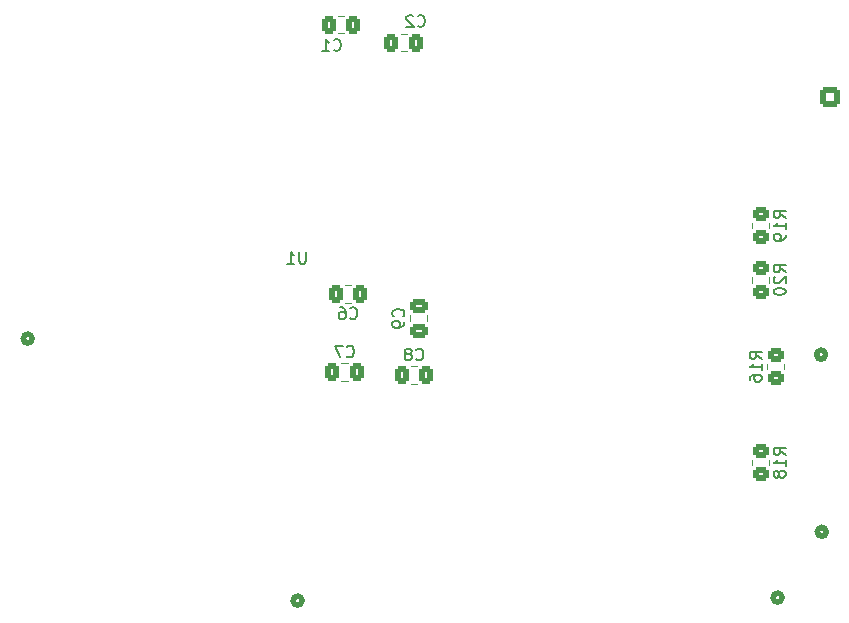
<source format=gbo>
%TF.GenerationSoftware,KiCad,Pcbnew,8.0.5*%
%TF.CreationDate,2024-10-22T12:33:32-04:00*%
%TF.ProjectId,PCB_Schematic,5043425f-5363-4686-956d-617469632e6b,rev?*%
%TF.SameCoordinates,Original*%
%TF.FileFunction,Legend,Bot*%
%TF.FilePolarity,Positive*%
%FSLAX46Y46*%
G04 Gerber Fmt 4.6, Leading zero omitted, Abs format (unit mm)*
G04 Created by KiCad (PCBNEW 8.0.5) date 2024-10-22 12:33:32*
%MOMM*%
%LPD*%
G01*
G04 APERTURE LIST*
G04 Aperture macros list*
%AMRoundRect*
0 Rectangle with rounded corners*
0 $1 Rounding radius*
0 $2 $3 $4 $5 $6 $7 $8 $9 X,Y pos of 4 corners*
0 Add a 4 corners polygon primitive as box body*
4,1,4,$2,$3,$4,$5,$6,$7,$8,$9,$2,$3,0*
0 Add four circle primitives for the rounded corners*
1,1,$1+$1,$2,$3*
1,1,$1+$1,$4,$5*
1,1,$1+$1,$6,$7*
1,1,$1+$1,$8,$9*
0 Add four rect primitives between the rounded corners*
20,1,$1+$1,$2,$3,$4,$5,0*
20,1,$1+$1,$4,$5,$6,$7,0*
20,1,$1+$1,$6,$7,$8,$9,0*
20,1,$1+$1,$8,$9,$2,$3,0*%
G04 Aperture macros list end*
%ADD10C,0.150000*%
%ADD11C,0.508000*%
%ADD12C,0.120000*%
%ADD13C,1.752600*%
%ADD14O,1.200000X2.900000*%
%ADD15RoundRect,0.250000X0.600000X0.600000X-0.600000X0.600000X-0.600000X-0.600000X0.600000X-0.600000X0*%
%ADD16C,1.700000*%
%ADD17C,2.200000*%
%ADD18RoundRect,0.250000X0.337500X0.475000X-0.337500X0.475000X-0.337500X-0.475000X0.337500X-0.475000X0*%
%ADD19RoundRect,0.250000X-0.475000X0.337500X-0.475000X-0.337500X0.475000X-0.337500X0.475000X0.337500X0*%
%ADD20RoundRect,0.250000X-0.337500X-0.475000X0.337500X-0.475000X0.337500X0.475000X-0.337500X0.475000X0*%
%ADD21RoundRect,0.250000X-0.450000X0.350000X-0.450000X-0.350000X0.450000X-0.350000X0.450000X0.350000X0*%
%ADD22RoundRect,0.250000X0.450000X-0.350000X0.450000X0.350000X-0.450000X0.350000X-0.450000X-0.350000X0*%
G04 APERTURE END LIST*
D10*
X117444904Y-94412819D02*
X117444904Y-95222342D01*
X117444904Y-95222342D02*
X117397285Y-95317580D01*
X117397285Y-95317580D02*
X117349666Y-95365200D01*
X117349666Y-95365200D02*
X117254428Y-95412819D01*
X117254428Y-95412819D02*
X117063952Y-95412819D01*
X117063952Y-95412819D02*
X116968714Y-95365200D01*
X116968714Y-95365200D02*
X116921095Y-95317580D01*
X116921095Y-95317580D02*
X116873476Y-95222342D01*
X116873476Y-95222342D02*
X116873476Y-94412819D01*
X115873476Y-95412819D02*
X116444904Y-95412819D01*
X116159190Y-95412819D02*
X116159190Y-94412819D01*
X116159190Y-94412819D02*
X116254428Y-94555676D01*
X116254428Y-94555676D02*
X116349666Y-94650914D01*
X116349666Y-94650914D02*
X116444904Y-94698533D01*
X126912666Y-75289580D02*
X126960285Y-75337200D01*
X126960285Y-75337200D02*
X127103142Y-75384819D01*
X127103142Y-75384819D02*
X127198380Y-75384819D01*
X127198380Y-75384819D02*
X127341237Y-75337200D01*
X127341237Y-75337200D02*
X127436475Y-75241961D01*
X127436475Y-75241961D02*
X127484094Y-75146723D01*
X127484094Y-75146723D02*
X127531713Y-74956247D01*
X127531713Y-74956247D02*
X127531713Y-74813390D01*
X127531713Y-74813390D02*
X127484094Y-74622914D01*
X127484094Y-74622914D02*
X127436475Y-74527676D01*
X127436475Y-74527676D02*
X127341237Y-74432438D01*
X127341237Y-74432438D02*
X127198380Y-74384819D01*
X127198380Y-74384819D02*
X127103142Y-74384819D01*
X127103142Y-74384819D02*
X126960285Y-74432438D01*
X126960285Y-74432438D02*
X126912666Y-74480057D01*
X126531713Y-74480057D02*
X126484094Y-74432438D01*
X126484094Y-74432438D02*
X126388856Y-74384819D01*
X126388856Y-74384819D02*
X126150761Y-74384819D01*
X126150761Y-74384819D02*
X126055523Y-74432438D01*
X126055523Y-74432438D02*
X126007904Y-74480057D01*
X126007904Y-74480057D02*
X125960285Y-74575295D01*
X125960285Y-74575295D02*
X125960285Y-74670533D01*
X125960285Y-74670533D02*
X126007904Y-74813390D01*
X126007904Y-74813390D02*
X126579332Y-75384819D01*
X126579332Y-75384819D02*
X125960285Y-75384819D01*
X126777166Y-103515580D02*
X126824785Y-103563200D01*
X126824785Y-103563200D02*
X126967642Y-103610819D01*
X126967642Y-103610819D02*
X127062880Y-103610819D01*
X127062880Y-103610819D02*
X127205737Y-103563200D01*
X127205737Y-103563200D02*
X127300975Y-103467961D01*
X127300975Y-103467961D02*
X127348594Y-103372723D01*
X127348594Y-103372723D02*
X127396213Y-103182247D01*
X127396213Y-103182247D02*
X127396213Y-103039390D01*
X127396213Y-103039390D02*
X127348594Y-102848914D01*
X127348594Y-102848914D02*
X127300975Y-102753676D01*
X127300975Y-102753676D02*
X127205737Y-102658438D01*
X127205737Y-102658438D02*
X127062880Y-102610819D01*
X127062880Y-102610819D02*
X126967642Y-102610819D01*
X126967642Y-102610819D02*
X126824785Y-102658438D01*
X126824785Y-102658438D02*
X126777166Y-102706057D01*
X126205737Y-103039390D02*
X126300975Y-102991771D01*
X126300975Y-102991771D02*
X126348594Y-102944152D01*
X126348594Y-102944152D02*
X126396213Y-102848914D01*
X126396213Y-102848914D02*
X126396213Y-102801295D01*
X126396213Y-102801295D02*
X126348594Y-102706057D01*
X126348594Y-102706057D02*
X126300975Y-102658438D01*
X126300975Y-102658438D02*
X126205737Y-102610819D01*
X126205737Y-102610819D02*
X126015261Y-102610819D01*
X126015261Y-102610819D02*
X125920023Y-102658438D01*
X125920023Y-102658438D02*
X125872404Y-102706057D01*
X125872404Y-102706057D02*
X125824785Y-102801295D01*
X125824785Y-102801295D02*
X125824785Y-102848914D01*
X125824785Y-102848914D02*
X125872404Y-102944152D01*
X125872404Y-102944152D02*
X125920023Y-102991771D01*
X125920023Y-102991771D02*
X126015261Y-103039390D01*
X126015261Y-103039390D02*
X126205737Y-103039390D01*
X126205737Y-103039390D02*
X126300975Y-103087009D01*
X126300975Y-103087009D02*
X126348594Y-103134628D01*
X126348594Y-103134628D02*
X126396213Y-103229866D01*
X126396213Y-103229866D02*
X126396213Y-103420342D01*
X126396213Y-103420342D02*
X126348594Y-103515580D01*
X126348594Y-103515580D02*
X126300975Y-103563200D01*
X126300975Y-103563200D02*
X126205737Y-103610819D01*
X126205737Y-103610819D02*
X126015261Y-103610819D01*
X126015261Y-103610819D02*
X125920023Y-103563200D01*
X125920023Y-103563200D02*
X125872404Y-103515580D01*
X125872404Y-103515580D02*
X125824785Y-103420342D01*
X125824785Y-103420342D02*
X125824785Y-103229866D01*
X125824785Y-103229866D02*
X125872404Y-103134628D01*
X125872404Y-103134628D02*
X125920023Y-103087009D01*
X125920023Y-103087009D02*
X126015261Y-103039390D01*
X120892166Y-103261580D02*
X120939785Y-103309200D01*
X120939785Y-103309200D02*
X121082642Y-103356819D01*
X121082642Y-103356819D02*
X121177880Y-103356819D01*
X121177880Y-103356819D02*
X121320737Y-103309200D01*
X121320737Y-103309200D02*
X121415975Y-103213961D01*
X121415975Y-103213961D02*
X121463594Y-103118723D01*
X121463594Y-103118723D02*
X121511213Y-102928247D01*
X121511213Y-102928247D02*
X121511213Y-102785390D01*
X121511213Y-102785390D02*
X121463594Y-102594914D01*
X121463594Y-102594914D02*
X121415975Y-102499676D01*
X121415975Y-102499676D02*
X121320737Y-102404438D01*
X121320737Y-102404438D02*
X121177880Y-102356819D01*
X121177880Y-102356819D02*
X121082642Y-102356819D01*
X121082642Y-102356819D02*
X120939785Y-102404438D01*
X120939785Y-102404438D02*
X120892166Y-102452057D01*
X120558832Y-102356819D02*
X119892166Y-102356819D01*
X119892166Y-102356819D02*
X120320737Y-103356819D01*
X119800666Y-77321580D02*
X119848285Y-77369200D01*
X119848285Y-77369200D02*
X119991142Y-77416819D01*
X119991142Y-77416819D02*
X120086380Y-77416819D01*
X120086380Y-77416819D02*
X120229237Y-77369200D01*
X120229237Y-77369200D02*
X120324475Y-77273961D01*
X120324475Y-77273961D02*
X120372094Y-77178723D01*
X120372094Y-77178723D02*
X120419713Y-76988247D01*
X120419713Y-76988247D02*
X120419713Y-76845390D01*
X120419713Y-76845390D02*
X120372094Y-76654914D01*
X120372094Y-76654914D02*
X120324475Y-76559676D01*
X120324475Y-76559676D02*
X120229237Y-76464438D01*
X120229237Y-76464438D02*
X120086380Y-76416819D01*
X120086380Y-76416819D02*
X119991142Y-76416819D01*
X119991142Y-76416819D02*
X119848285Y-76464438D01*
X119848285Y-76464438D02*
X119800666Y-76512057D01*
X118848285Y-77416819D02*
X119419713Y-77416819D01*
X119133999Y-77416819D02*
X119133999Y-76416819D01*
X119133999Y-76416819D02*
X119229237Y-76559676D01*
X119229237Y-76559676D02*
X119324475Y-76654914D01*
X119324475Y-76654914D02*
X119419713Y-76702533D01*
X125679580Y-99887833D02*
X125727200Y-99840214D01*
X125727200Y-99840214D02*
X125774819Y-99697357D01*
X125774819Y-99697357D02*
X125774819Y-99602119D01*
X125774819Y-99602119D02*
X125727200Y-99459262D01*
X125727200Y-99459262D02*
X125631961Y-99364024D01*
X125631961Y-99364024D02*
X125536723Y-99316405D01*
X125536723Y-99316405D02*
X125346247Y-99268786D01*
X125346247Y-99268786D02*
X125203390Y-99268786D01*
X125203390Y-99268786D02*
X125012914Y-99316405D01*
X125012914Y-99316405D02*
X124917676Y-99364024D01*
X124917676Y-99364024D02*
X124822438Y-99459262D01*
X124822438Y-99459262D02*
X124774819Y-99602119D01*
X124774819Y-99602119D02*
X124774819Y-99697357D01*
X124774819Y-99697357D02*
X124822438Y-99840214D01*
X124822438Y-99840214D02*
X124870057Y-99887833D01*
X125774819Y-100364024D02*
X125774819Y-100554500D01*
X125774819Y-100554500D02*
X125727200Y-100649738D01*
X125727200Y-100649738D02*
X125679580Y-100697357D01*
X125679580Y-100697357D02*
X125536723Y-100792595D01*
X125536723Y-100792595D02*
X125346247Y-100840214D01*
X125346247Y-100840214D02*
X124965295Y-100840214D01*
X124965295Y-100840214D02*
X124870057Y-100792595D01*
X124870057Y-100792595D02*
X124822438Y-100744976D01*
X124822438Y-100744976D02*
X124774819Y-100649738D01*
X124774819Y-100649738D02*
X124774819Y-100459262D01*
X124774819Y-100459262D02*
X124822438Y-100364024D01*
X124822438Y-100364024D02*
X124870057Y-100316405D01*
X124870057Y-100316405D02*
X124965295Y-100268786D01*
X124965295Y-100268786D02*
X125203390Y-100268786D01*
X125203390Y-100268786D02*
X125298628Y-100316405D01*
X125298628Y-100316405D02*
X125346247Y-100364024D01*
X125346247Y-100364024D02*
X125393866Y-100459262D01*
X125393866Y-100459262D02*
X125393866Y-100649738D01*
X125393866Y-100649738D02*
X125346247Y-100744976D01*
X125346247Y-100744976D02*
X125298628Y-100792595D01*
X125298628Y-100792595D02*
X125203390Y-100840214D01*
X121189166Y-100017580D02*
X121236785Y-100065200D01*
X121236785Y-100065200D02*
X121379642Y-100112819D01*
X121379642Y-100112819D02*
X121474880Y-100112819D01*
X121474880Y-100112819D02*
X121617737Y-100065200D01*
X121617737Y-100065200D02*
X121712975Y-99969961D01*
X121712975Y-99969961D02*
X121760594Y-99874723D01*
X121760594Y-99874723D02*
X121808213Y-99684247D01*
X121808213Y-99684247D02*
X121808213Y-99541390D01*
X121808213Y-99541390D02*
X121760594Y-99350914D01*
X121760594Y-99350914D02*
X121712975Y-99255676D01*
X121712975Y-99255676D02*
X121617737Y-99160438D01*
X121617737Y-99160438D02*
X121474880Y-99112819D01*
X121474880Y-99112819D02*
X121379642Y-99112819D01*
X121379642Y-99112819D02*
X121236785Y-99160438D01*
X121236785Y-99160438D02*
X121189166Y-99208057D01*
X120332023Y-99112819D02*
X120522499Y-99112819D01*
X120522499Y-99112819D02*
X120617737Y-99160438D01*
X120617737Y-99160438D02*
X120665356Y-99208057D01*
X120665356Y-99208057D02*
X120760594Y-99350914D01*
X120760594Y-99350914D02*
X120808213Y-99541390D01*
X120808213Y-99541390D02*
X120808213Y-99922342D01*
X120808213Y-99922342D02*
X120760594Y-100017580D01*
X120760594Y-100017580D02*
X120712975Y-100065200D01*
X120712975Y-100065200D02*
X120617737Y-100112819D01*
X120617737Y-100112819D02*
X120427261Y-100112819D01*
X120427261Y-100112819D02*
X120332023Y-100065200D01*
X120332023Y-100065200D02*
X120284404Y-100017580D01*
X120284404Y-100017580D02*
X120236785Y-99922342D01*
X120236785Y-99922342D02*
X120236785Y-99684247D01*
X120236785Y-99684247D02*
X120284404Y-99589009D01*
X120284404Y-99589009D02*
X120332023Y-99541390D01*
X120332023Y-99541390D02*
X120427261Y-99493771D01*
X120427261Y-99493771D02*
X120617737Y-99493771D01*
X120617737Y-99493771D02*
X120712975Y-99541390D01*
X120712975Y-99541390D02*
X120760594Y-99589009D01*
X120760594Y-99589009D02*
X120808213Y-99684247D01*
X156030819Y-103497142D02*
X155554628Y-103163809D01*
X156030819Y-102925714D02*
X155030819Y-102925714D01*
X155030819Y-102925714D02*
X155030819Y-103306666D01*
X155030819Y-103306666D02*
X155078438Y-103401904D01*
X155078438Y-103401904D02*
X155126057Y-103449523D01*
X155126057Y-103449523D02*
X155221295Y-103497142D01*
X155221295Y-103497142D02*
X155364152Y-103497142D01*
X155364152Y-103497142D02*
X155459390Y-103449523D01*
X155459390Y-103449523D02*
X155507009Y-103401904D01*
X155507009Y-103401904D02*
X155554628Y-103306666D01*
X155554628Y-103306666D02*
X155554628Y-102925714D01*
X156030819Y-104449523D02*
X156030819Y-103878095D01*
X156030819Y-104163809D02*
X155030819Y-104163809D01*
X155030819Y-104163809D02*
X155173676Y-104068571D01*
X155173676Y-104068571D02*
X155268914Y-103973333D01*
X155268914Y-103973333D02*
X155316533Y-103878095D01*
X155030819Y-105306666D02*
X155030819Y-105116190D01*
X155030819Y-105116190D02*
X155078438Y-105020952D01*
X155078438Y-105020952D02*
X155126057Y-104973333D01*
X155126057Y-104973333D02*
X155268914Y-104878095D01*
X155268914Y-104878095D02*
X155459390Y-104830476D01*
X155459390Y-104830476D02*
X155840342Y-104830476D01*
X155840342Y-104830476D02*
X155935580Y-104878095D01*
X155935580Y-104878095D02*
X155983200Y-104925714D01*
X155983200Y-104925714D02*
X156030819Y-105020952D01*
X156030819Y-105020952D02*
X156030819Y-105211428D01*
X156030819Y-105211428D02*
X155983200Y-105306666D01*
X155983200Y-105306666D02*
X155935580Y-105354285D01*
X155935580Y-105354285D02*
X155840342Y-105401904D01*
X155840342Y-105401904D02*
X155602247Y-105401904D01*
X155602247Y-105401904D02*
X155507009Y-105354285D01*
X155507009Y-105354285D02*
X155459390Y-105306666D01*
X155459390Y-105306666D02*
X155411771Y-105211428D01*
X155411771Y-105211428D02*
X155411771Y-105020952D01*
X155411771Y-105020952D02*
X155459390Y-104925714D01*
X155459390Y-104925714D02*
X155507009Y-104878095D01*
X155507009Y-104878095D02*
X155602247Y-104830476D01*
X158060819Y-111625142D02*
X157584628Y-111291809D01*
X158060819Y-111053714D02*
X157060819Y-111053714D01*
X157060819Y-111053714D02*
X157060819Y-111434666D01*
X157060819Y-111434666D02*
X157108438Y-111529904D01*
X157108438Y-111529904D02*
X157156057Y-111577523D01*
X157156057Y-111577523D02*
X157251295Y-111625142D01*
X157251295Y-111625142D02*
X157394152Y-111625142D01*
X157394152Y-111625142D02*
X157489390Y-111577523D01*
X157489390Y-111577523D02*
X157537009Y-111529904D01*
X157537009Y-111529904D02*
X157584628Y-111434666D01*
X157584628Y-111434666D02*
X157584628Y-111053714D01*
X158060819Y-112577523D02*
X158060819Y-112006095D01*
X158060819Y-112291809D02*
X157060819Y-112291809D01*
X157060819Y-112291809D02*
X157203676Y-112196571D01*
X157203676Y-112196571D02*
X157298914Y-112101333D01*
X157298914Y-112101333D02*
X157346533Y-112006095D01*
X157489390Y-113148952D02*
X157441771Y-113053714D01*
X157441771Y-113053714D02*
X157394152Y-113006095D01*
X157394152Y-113006095D02*
X157298914Y-112958476D01*
X157298914Y-112958476D02*
X157251295Y-112958476D01*
X157251295Y-112958476D02*
X157156057Y-113006095D01*
X157156057Y-113006095D02*
X157108438Y-113053714D01*
X157108438Y-113053714D02*
X157060819Y-113148952D01*
X157060819Y-113148952D02*
X157060819Y-113339428D01*
X157060819Y-113339428D02*
X157108438Y-113434666D01*
X157108438Y-113434666D02*
X157156057Y-113482285D01*
X157156057Y-113482285D02*
X157251295Y-113529904D01*
X157251295Y-113529904D02*
X157298914Y-113529904D01*
X157298914Y-113529904D02*
X157394152Y-113482285D01*
X157394152Y-113482285D02*
X157441771Y-113434666D01*
X157441771Y-113434666D02*
X157489390Y-113339428D01*
X157489390Y-113339428D02*
X157489390Y-113148952D01*
X157489390Y-113148952D02*
X157537009Y-113053714D01*
X157537009Y-113053714D02*
X157584628Y-113006095D01*
X157584628Y-113006095D02*
X157679866Y-112958476D01*
X157679866Y-112958476D02*
X157870342Y-112958476D01*
X157870342Y-112958476D02*
X157965580Y-113006095D01*
X157965580Y-113006095D02*
X158013200Y-113053714D01*
X158013200Y-113053714D02*
X158060819Y-113148952D01*
X158060819Y-113148952D02*
X158060819Y-113339428D01*
X158060819Y-113339428D02*
X158013200Y-113434666D01*
X158013200Y-113434666D02*
X157965580Y-113482285D01*
X157965580Y-113482285D02*
X157870342Y-113529904D01*
X157870342Y-113529904D02*
X157679866Y-113529904D01*
X157679866Y-113529904D02*
X157584628Y-113482285D01*
X157584628Y-113482285D02*
X157537009Y-113434666D01*
X157537009Y-113434666D02*
X157489390Y-113339428D01*
X158060819Y-91559142D02*
X157584628Y-91225809D01*
X158060819Y-90987714D02*
X157060819Y-90987714D01*
X157060819Y-90987714D02*
X157060819Y-91368666D01*
X157060819Y-91368666D02*
X157108438Y-91463904D01*
X157108438Y-91463904D02*
X157156057Y-91511523D01*
X157156057Y-91511523D02*
X157251295Y-91559142D01*
X157251295Y-91559142D02*
X157394152Y-91559142D01*
X157394152Y-91559142D02*
X157489390Y-91511523D01*
X157489390Y-91511523D02*
X157537009Y-91463904D01*
X157537009Y-91463904D02*
X157584628Y-91368666D01*
X157584628Y-91368666D02*
X157584628Y-90987714D01*
X158060819Y-92511523D02*
X158060819Y-91940095D01*
X158060819Y-92225809D02*
X157060819Y-92225809D01*
X157060819Y-92225809D02*
X157203676Y-92130571D01*
X157203676Y-92130571D02*
X157298914Y-92035333D01*
X157298914Y-92035333D02*
X157346533Y-91940095D01*
X158060819Y-92987714D02*
X158060819Y-93178190D01*
X158060819Y-93178190D02*
X158013200Y-93273428D01*
X158013200Y-93273428D02*
X157965580Y-93321047D01*
X157965580Y-93321047D02*
X157822723Y-93416285D01*
X157822723Y-93416285D02*
X157632247Y-93463904D01*
X157632247Y-93463904D02*
X157251295Y-93463904D01*
X157251295Y-93463904D02*
X157156057Y-93416285D01*
X157156057Y-93416285D02*
X157108438Y-93368666D01*
X157108438Y-93368666D02*
X157060819Y-93273428D01*
X157060819Y-93273428D02*
X157060819Y-93082952D01*
X157060819Y-93082952D02*
X157108438Y-92987714D01*
X157108438Y-92987714D02*
X157156057Y-92940095D01*
X157156057Y-92940095D02*
X157251295Y-92892476D01*
X157251295Y-92892476D02*
X157489390Y-92892476D01*
X157489390Y-92892476D02*
X157584628Y-92940095D01*
X157584628Y-92940095D02*
X157632247Y-92987714D01*
X157632247Y-92987714D02*
X157679866Y-93082952D01*
X157679866Y-93082952D02*
X157679866Y-93273428D01*
X157679866Y-93273428D02*
X157632247Y-93368666D01*
X157632247Y-93368666D02*
X157584628Y-93416285D01*
X157584628Y-93416285D02*
X157489390Y-93463904D01*
X158060819Y-96147142D02*
X157584628Y-95813809D01*
X158060819Y-95575714D02*
X157060819Y-95575714D01*
X157060819Y-95575714D02*
X157060819Y-95956666D01*
X157060819Y-95956666D02*
X157108438Y-96051904D01*
X157108438Y-96051904D02*
X157156057Y-96099523D01*
X157156057Y-96099523D02*
X157251295Y-96147142D01*
X157251295Y-96147142D02*
X157394152Y-96147142D01*
X157394152Y-96147142D02*
X157489390Y-96099523D01*
X157489390Y-96099523D02*
X157537009Y-96051904D01*
X157537009Y-96051904D02*
X157584628Y-95956666D01*
X157584628Y-95956666D02*
X157584628Y-95575714D01*
X157156057Y-96528095D02*
X157108438Y-96575714D01*
X157108438Y-96575714D02*
X157060819Y-96670952D01*
X157060819Y-96670952D02*
X157060819Y-96909047D01*
X157060819Y-96909047D02*
X157108438Y-97004285D01*
X157108438Y-97004285D02*
X157156057Y-97051904D01*
X157156057Y-97051904D02*
X157251295Y-97099523D01*
X157251295Y-97099523D02*
X157346533Y-97099523D01*
X157346533Y-97099523D02*
X157489390Y-97051904D01*
X157489390Y-97051904D02*
X158060819Y-96480476D01*
X158060819Y-96480476D02*
X158060819Y-97099523D01*
X157060819Y-97718571D02*
X157060819Y-97813809D01*
X157060819Y-97813809D02*
X157108438Y-97909047D01*
X157108438Y-97909047D02*
X157156057Y-97956666D01*
X157156057Y-97956666D02*
X157251295Y-98004285D01*
X157251295Y-98004285D02*
X157441771Y-98051904D01*
X157441771Y-98051904D02*
X157679866Y-98051904D01*
X157679866Y-98051904D02*
X157870342Y-98004285D01*
X157870342Y-98004285D02*
X157965580Y-97956666D01*
X157965580Y-97956666D02*
X158013200Y-97909047D01*
X158013200Y-97909047D02*
X158060819Y-97813809D01*
X158060819Y-97813809D02*
X158060819Y-97718571D01*
X158060819Y-97718571D02*
X158013200Y-97623333D01*
X158013200Y-97623333D02*
X157965580Y-97575714D01*
X157965580Y-97575714D02*
X157870342Y-97528095D01*
X157870342Y-97528095D02*
X157679866Y-97480476D01*
X157679866Y-97480476D02*
X157441771Y-97480476D01*
X157441771Y-97480476D02*
X157251295Y-97528095D01*
X157251295Y-97528095D02*
X157156057Y-97575714D01*
X157156057Y-97575714D02*
X157108438Y-97623333D01*
X157108438Y-97623333D02*
X157060819Y-97718571D01*
D11*
%TO.C,J7*%
X161448597Y-103128800D02*
G75*
G02*
X160686597Y-103128800I-381000J0D01*
G01*
X160686597Y-103128800D02*
G75*
G02*
X161448597Y-103128800I381000J0D01*
G01*
%TO.C,J6*%
X161514000Y-118125600D02*
G75*
G02*
X160752000Y-118125600I-381000J0D01*
G01*
X160752000Y-118125600D02*
G75*
G02*
X161514000Y-118125600I381000J0D01*
G01*
%TO.C,J2*%
X117128600Y-123952000D02*
G75*
G02*
X116366600Y-123952000I-381000J0D01*
G01*
X116366600Y-123952000D02*
G75*
G02*
X117128600Y-123952000I381000J0D01*
G01*
%TO.C,J4*%
X94282500Y-101770900D02*
G75*
G02*
X93520500Y-101770900I-381000J0D01*
G01*
X93520500Y-101770900D02*
G75*
G02*
X94282500Y-101770900I381000J0D01*
G01*
%TO.C,J3*%
X157768600Y-123698000D02*
G75*
G02*
X157006600Y-123698000I-381000J0D01*
G01*
X157006600Y-123698000D02*
G75*
G02*
X157768600Y-123698000I381000J0D01*
G01*
D12*
%TO.C,C2*%
X125468748Y-75973000D02*
X125991252Y-75973000D01*
X125468748Y-77443000D02*
X125991252Y-77443000D01*
%TO.C,C8*%
X126349248Y-104101000D02*
X126871752Y-104101000D01*
X126349248Y-105571000D02*
X126871752Y-105571000D01*
%TO.C,C7*%
X120464248Y-103847000D02*
X120986752Y-103847000D01*
X120464248Y-105317000D02*
X120986752Y-105317000D01*
%TO.C,C1*%
X120156248Y-74449000D02*
X120678752Y-74449000D01*
X120156248Y-75919000D02*
X120678752Y-75919000D01*
%TO.C,C9*%
X126265000Y-100315752D02*
X126265000Y-99793248D01*
X127735000Y-100315752D02*
X127735000Y-99793248D01*
%TO.C,C6*%
X121283752Y-97243000D02*
X120761248Y-97243000D01*
X121283752Y-98713000D02*
X120761248Y-98713000D01*
%TO.C,R16*%
X156491000Y-104367064D02*
X156491000Y-103912936D01*
X157961000Y-104367064D02*
X157961000Y-103912936D01*
%TO.C,R18*%
X155221000Y-112040936D02*
X155221000Y-112495064D01*
X156691000Y-112040936D02*
X156691000Y-112495064D01*
%TO.C,R19*%
X155221000Y-91974936D02*
X155221000Y-92429064D01*
X156691000Y-91974936D02*
X156691000Y-92429064D01*
%TO.C,R20*%
X155221000Y-96562936D02*
X155221000Y-97017064D01*
X156691000Y-96562936D02*
X156691000Y-97017064D01*
%TD*%
%LPC*%
D13*
%TO.C,J7*%
X161067597Y-99919200D03*
X161067597Y-97419200D03*
X161067597Y-94919200D03*
X161067597Y-92419200D03*
%TD*%
D14*
%TO.C,J5*%
X153720000Y-41650000D03*
X140920000Y-41650000D03*
%TD*%
D13*
%TO.C,J6*%
X161133000Y-114916000D03*
X161133000Y-112416000D03*
X161133000Y-109916000D03*
X161133000Y-107416000D03*
%TD*%
D15*
%TO.C,J1*%
X161798000Y-81280000D03*
D16*
X159258000Y-81280000D03*
X161798000Y-78740000D03*
X159258000Y-78740000D03*
X161798000Y-76200000D03*
X159258000Y-76200000D03*
X161798000Y-73660000D03*
X159258000Y-73660000D03*
X161798000Y-71120000D03*
X159258000Y-71120000D03*
%TD*%
D13*
%TO.C,J2*%
X113538000Y-123952000D03*
X111038000Y-123952000D03*
X108538000Y-123952000D03*
X106038000Y-123952000D03*
%TD*%
D17*
%TO.C,H1*%
X91613000Y-36156000D03*
%TD*%
%TO.C,H4*%
X163322000Y-123698000D03*
%TD*%
D13*
%TO.C,J4*%
X93901500Y-104980500D03*
X93901500Y-107480500D03*
X93901500Y-109980500D03*
X93901500Y-112480500D03*
%TD*%
D17*
%TO.C,H2*%
X163322000Y-36068000D03*
%TD*%
D13*
%TO.C,J3*%
X154178000Y-123698000D03*
X151678000Y-123698000D03*
X149178000Y-123698000D03*
X146678000Y-123698000D03*
%TD*%
D17*
%TO.C,H3*%
X91694000Y-123698000D03*
%TD*%
D18*
%TO.C,C2*%
X126767500Y-76708000D03*
X124692500Y-76708000D03*
%TD*%
%TO.C,C8*%
X127648000Y-104836000D03*
X125573000Y-104836000D03*
%TD*%
%TO.C,C7*%
X121763000Y-104582000D03*
X119688000Y-104582000D03*
%TD*%
%TO.C,C1*%
X121455000Y-75184000D03*
X119380000Y-75184000D03*
%TD*%
D19*
%TO.C,C9*%
X127000000Y-99017000D03*
X127000000Y-101092000D03*
%TD*%
D20*
%TO.C,C6*%
X119985000Y-97978000D03*
X122060000Y-97978000D03*
%TD*%
D21*
%TO.C,R16*%
X157226000Y-103140000D03*
X157226000Y-105140000D03*
%TD*%
D22*
%TO.C,R18*%
X155956000Y-113268000D03*
X155956000Y-111268000D03*
%TD*%
%TO.C,R19*%
X155956000Y-93202000D03*
X155956000Y-91202000D03*
%TD*%
%TO.C,R20*%
X155956000Y-97790000D03*
X155956000Y-95790000D03*
%TD*%
%LPD*%
M02*

</source>
